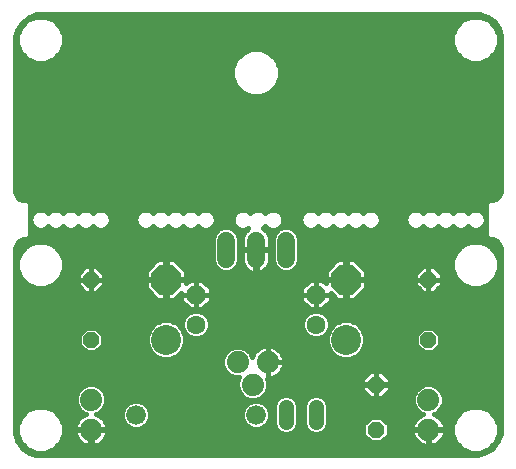
<source format=gtl>
G75*
G70*
%OFA0B0*%
%FSLAX24Y24*%
%IPPOS*%
%LPD*%
%AMOC8*
5,1,8,0,0,1.08239X$1,22.5*
%
%ADD10C,0.0600*%
%ADD11OC8,0.0520*%
%ADD12OC8,0.0630*%
%ADD13C,0.0630*%
%ADD14C,0.1000*%
%ADD15OC8,0.1000*%
%ADD16C,0.0660*%
%ADD17C,0.0515*%
%ADD18C,0.0740*%
%ADD19OC8,0.0560*%
%ADD20C,0.0160*%
D10*
X007362Y006880D02*
X007362Y007480D01*
X008362Y007480D02*
X008362Y006880D01*
X009362Y006880D02*
X009362Y007480D01*
D11*
X014112Y006180D03*
X014112Y004180D03*
X002862Y004180D03*
X002862Y006180D03*
D12*
X006362Y005680D03*
X010362Y005680D03*
D13*
X010362Y004680D03*
X006362Y004680D03*
D14*
X005362Y004180D03*
X011362Y004180D03*
D15*
X011362Y006180D03*
X005362Y006180D03*
D16*
X004362Y001680D03*
X008362Y001680D03*
D17*
X009362Y001423D02*
X009362Y001937D01*
X010362Y001937D02*
X010362Y001423D01*
D18*
X008250Y002680D03*
X007750Y003430D03*
X008750Y003430D03*
X014112Y002180D03*
X014112Y001180D03*
X002862Y001180D03*
X002862Y002180D03*
D19*
X012362Y002680D03*
X012362Y001180D03*
D20*
X000573Y000572D02*
X000415Y000790D01*
X000332Y001045D01*
X000321Y001180D01*
X000321Y007180D01*
X000328Y007250D01*
X000382Y007380D01*
X000481Y007479D01*
X000611Y007533D01*
X000681Y007540D01*
X000739Y007540D01*
X000821Y007622D01*
X000821Y008738D01*
X000739Y008820D01*
X000681Y008820D01*
X000611Y008827D01*
X000481Y008881D01*
X000382Y008980D01*
X000328Y009110D01*
X000321Y009180D01*
X000321Y013997D01*
X000325Y014001D01*
X000321Y014054D01*
X000321Y014073D01*
X000324Y014204D01*
X000396Y014485D01*
X000552Y014729D01*
X000776Y014914D01*
X001046Y015020D01*
X001188Y015040D01*
X015681Y015040D01*
X015816Y015029D01*
X016072Y014946D01*
X016289Y014788D01*
X016448Y014570D01*
X016531Y014315D01*
X016541Y014180D01*
X016541Y009180D01*
X016534Y009110D01*
X016481Y008980D01*
X016381Y008881D01*
X016251Y008827D01*
X016181Y008820D01*
X016123Y008820D01*
X016041Y008738D01*
X016041Y007622D01*
X016123Y007540D01*
X016181Y007540D01*
X016251Y007533D01*
X016381Y007479D01*
X016481Y007380D01*
X016534Y007250D01*
X016541Y007180D01*
X016541Y001187D01*
X016520Y001044D01*
X016411Y000773D01*
X016223Y000548D01*
X015976Y000393D01*
X015692Y000321D01*
X015575Y000320D01*
X015540Y000320D01*
X015487Y000324D01*
X015483Y000320D01*
X001181Y000320D01*
X001047Y000331D01*
X000791Y000414D01*
X000573Y000572D01*
X000617Y000656D02*
X000512Y000656D01*
X000529Y000744D02*
X000745Y000527D01*
X001028Y000410D01*
X001334Y000410D01*
X001617Y000527D01*
X001834Y000744D01*
X001951Y001027D01*
X001951Y001333D01*
X001834Y001616D01*
X001617Y001833D01*
X001334Y001950D01*
X001028Y001950D01*
X000745Y001833D01*
X000529Y001616D01*
X000411Y001333D01*
X000411Y001027D01*
X000529Y000744D01*
X000499Y000814D02*
X000407Y000814D01*
X000434Y000973D02*
X000356Y000973D01*
X000325Y001131D02*
X000411Y001131D01*
X000411Y001290D02*
X000321Y001290D01*
X000321Y001448D02*
X000459Y001448D01*
X000525Y001607D02*
X000321Y001607D01*
X000321Y001765D02*
X000677Y001765D01*
X000964Y001924D02*
X000321Y001924D01*
X000321Y002082D02*
X002352Y002082D01*
X002352Y002079D02*
X002430Y001891D01*
X002573Y001748D01*
X002686Y001701D01*
X002651Y001690D01*
X002574Y001650D01*
X002504Y001600D01*
X002443Y001538D01*
X002392Y001468D01*
X002353Y001391D01*
X002326Y001309D01*
X002312Y001223D01*
X002312Y001200D01*
X002842Y001200D01*
X002842Y001160D01*
X002312Y001160D01*
X002312Y001137D01*
X002326Y001051D01*
X002353Y000969D01*
X002392Y000892D01*
X002443Y000822D01*
X002504Y000760D01*
X002574Y000710D01*
X002651Y000670D01*
X002734Y000644D01*
X002819Y000630D01*
X002842Y000630D01*
X002842Y001160D01*
X002882Y001160D01*
X002882Y000630D01*
X002906Y000630D01*
X002991Y000644D01*
X003073Y000670D01*
X003151Y000710D01*
X003221Y000760D01*
X003282Y000822D01*
X003333Y000892D01*
X003372Y000969D01*
X003399Y001051D01*
X003412Y001137D01*
X003412Y001160D01*
X002882Y001160D01*
X002882Y001200D01*
X003412Y001200D01*
X003412Y001223D01*
X003399Y001309D01*
X003372Y001391D01*
X003333Y001468D01*
X003282Y001538D01*
X003221Y001600D01*
X003151Y001650D01*
X003073Y001690D01*
X003039Y001701D01*
X003151Y001748D01*
X003295Y001891D01*
X003372Y002079D01*
X003372Y002281D01*
X003295Y002469D01*
X003151Y002612D01*
X002964Y002690D01*
X002761Y002690D01*
X002573Y002612D01*
X002430Y002469D01*
X002352Y002281D01*
X002352Y002079D01*
X002352Y002241D02*
X000321Y002241D01*
X000321Y002399D02*
X002401Y002399D01*
X002519Y002558D02*
X000321Y002558D01*
X000321Y002716D02*
X007740Y002716D01*
X007740Y002781D02*
X007740Y002579D01*
X007818Y002391D01*
X007961Y002248D01*
X008149Y002170D01*
X008352Y002170D01*
X008539Y002248D01*
X008682Y002391D01*
X008760Y002579D01*
X008760Y002781D01*
X008719Y002880D01*
X008750Y002880D01*
X008750Y003430D01*
X008750Y003430D01*
X008750Y003980D01*
X008707Y003980D01*
X008621Y003966D01*
X008539Y003940D01*
X008462Y003900D01*
X008392Y003850D01*
X008331Y003788D01*
X008280Y003718D01*
X008240Y003641D01*
X008229Y003606D01*
X008182Y003719D01*
X008039Y003862D01*
X007852Y003940D01*
X007649Y003940D01*
X007461Y003862D01*
X007318Y003719D01*
X007240Y003531D01*
X007240Y003329D01*
X007318Y003141D01*
X007461Y002998D01*
X007649Y002920D01*
X007798Y002920D01*
X007740Y002781D01*
X007779Y002875D02*
X000321Y002875D01*
X000321Y003033D02*
X007426Y003033D01*
X007297Y003192D02*
X000321Y003192D01*
X000321Y003350D02*
X007240Y003350D01*
X007240Y003509D02*
X000321Y003509D01*
X000321Y003667D02*
X004970Y003667D01*
X005000Y003637D02*
X005235Y003540D01*
X005490Y003540D01*
X005725Y003637D01*
X005905Y003817D01*
X006002Y004053D01*
X006002Y004307D01*
X005905Y004543D01*
X005725Y004723D01*
X005490Y004820D01*
X005235Y004820D01*
X005000Y004723D01*
X004820Y004543D01*
X004722Y004307D01*
X004722Y004053D01*
X004820Y003817D01*
X005000Y003637D01*
X004816Y003826D02*
X003074Y003826D01*
X003028Y003780D02*
X003262Y004014D01*
X003262Y004346D01*
X003028Y004580D01*
X002697Y004580D01*
X002462Y004346D01*
X002462Y004014D01*
X002697Y003780D01*
X003028Y003780D01*
X003232Y003984D02*
X004751Y003984D01*
X004722Y004143D02*
X003262Y004143D01*
X003262Y004301D02*
X004722Y004301D01*
X004785Y004460D02*
X003149Y004460D01*
X002576Y004460D02*
X000321Y004460D01*
X000321Y004618D02*
X004895Y004618D01*
X005130Y004777D02*
X000321Y004777D01*
X000321Y004935D02*
X005975Y004935D01*
X005977Y004938D02*
X005907Y004771D01*
X005907Y004589D01*
X005977Y004422D01*
X006105Y004294D01*
X006272Y004225D01*
X006453Y004225D01*
X006620Y004294D01*
X006748Y004422D01*
X006817Y004589D01*
X006817Y004771D01*
X006748Y004938D01*
X006620Y005066D01*
X006453Y005135D01*
X006272Y005135D01*
X006105Y005066D01*
X005977Y004938D01*
X005910Y004777D02*
X005595Y004777D01*
X005829Y004618D02*
X005907Y004618D01*
X005939Y004460D02*
X005961Y004460D01*
X006002Y004301D02*
X006098Y004301D01*
X006002Y004143D02*
X010722Y004143D01*
X010722Y004053D02*
X010820Y003817D01*
X011000Y003637D01*
X011235Y003540D01*
X011490Y003540D01*
X011725Y003637D01*
X011905Y003817D01*
X012002Y004053D01*
X012002Y004307D01*
X011905Y004543D01*
X011725Y004723D01*
X011490Y004820D01*
X011235Y004820D01*
X011000Y004723D01*
X010820Y004543D01*
X010722Y004307D01*
X010722Y004053D01*
X010751Y003984D02*
X005974Y003984D01*
X005908Y003826D02*
X007424Y003826D01*
X007296Y003667D02*
X005754Y003667D01*
X006627Y004301D02*
X010098Y004301D01*
X010105Y004294D02*
X009977Y004422D01*
X009907Y004589D01*
X009907Y004771D01*
X009977Y004938D01*
X010105Y005066D01*
X010272Y005135D01*
X010453Y005135D01*
X010620Y005066D01*
X010748Y004938D01*
X010817Y004771D01*
X010817Y004589D01*
X010748Y004422D01*
X010620Y004294D01*
X010453Y004225D01*
X010272Y004225D01*
X010105Y004294D01*
X009961Y004460D02*
X006763Y004460D01*
X006817Y004618D02*
X009907Y004618D01*
X009910Y004777D02*
X006815Y004777D01*
X006749Y004935D02*
X009975Y004935D01*
X010172Y005094D02*
X006553Y005094D01*
X006567Y005185D02*
X006857Y005475D01*
X006857Y005680D01*
X006362Y005680D01*
X005867Y005680D01*
X005867Y005475D01*
X006157Y005185D01*
X006362Y005185D01*
X006362Y005680D01*
X006362Y005680D01*
X005867Y005680D01*
X005867Y005723D01*
X005644Y005500D01*
X005382Y005500D01*
X005382Y006160D01*
X005342Y006160D01*
X004682Y006160D01*
X004682Y005898D01*
X005081Y005500D01*
X005342Y005500D01*
X005342Y006160D01*
X005342Y006200D01*
X004682Y006200D01*
X004682Y006462D01*
X005081Y006860D01*
X005342Y006860D01*
X005342Y006200D01*
X005382Y006200D01*
X005382Y006860D01*
X005644Y006860D01*
X006042Y006462D01*
X006042Y006200D01*
X005382Y006200D01*
X005382Y006160D01*
X006042Y006160D01*
X006042Y006060D01*
X006157Y006175D01*
X006362Y006175D01*
X006362Y005680D01*
X006362Y005680D01*
X006362Y005680D01*
X006362Y006175D01*
X006567Y006175D01*
X006857Y005885D01*
X006857Y005680D01*
X006362Y005680D01*
X006362Y005185D01*
X006567Y005185D01*
X006634Y005252D02*
X010090Y005252D01*
X010157Y005185D02*
X009867Y005475D01*
X009867Y005680D01*
X010362Y005680D01*
X010362Y005680D01*
X009867Y005680D01*
X009867Y005885D01*
X010157Y006175D01*
X010362Y006175D01*
X010362Y005680D01*
X010362Y005680D01*
X010362Y005680D01*
X010362Y005185D01*
X010157Y005185D01*
X010362Y005185D02*
X010567Y005185D01*
X010857Y005475D01*
X010857Y005680D01*
X010362Y005680D01*
X010362Y006175D01*
X010567Y006175D01*
X010682Y006060D01*
X010682Y006160D01*
X011342Y006160D01*
X011342Y006200D01*
X010682Y006200D01*
X010682Y006462D01*
X011081Y006860D01*
X011342Y006860D01*
X011342Y006200D01*
X011382Y006200D01*
X011382Y006860D01*
X011644Y006860D01*
X012042Y006462D01*
X012042Y006200D01*
X011382Y006200D01*
X011382Y006160D01*
X011382Y005500D01*
X011644Y005500D01*
X012042Y005898D01*
X012042Y006160D01*
X011382Y006160D01*
X011342Y006160D01*
X011342Y005500D01*
X011081Y005500D01*
X010857Y005723D01*
X010857Y005680D01*
X010362Y005680D01*
X010362Y005185D01*
X010362Y005252D02*
X010362Y005252D01*
X010362Y005411D02*
X010362Y005411D01*
X010362Y005569D02*
X010362Y005569D01*
X010362Y005680D02*
X010362Y005680D01*
X010362Y005728D02*
X010362Y005728D01*
X010362Y005886D02*
X010362Y005886D01*
X010362Y006045D02*
X010362Y006045D01*
X010027Y006045D02*
X006698Y006045D01*
X006856Y005886D02*
X009868Y005886D01*
X009867Y005728D02*
X006857Y005728D01*
X006857Y005569D02*
X009867Y005569D01*
X009932Y005411D02*
X006793Y005411D01*
X006362Y005411D02*
X006362Y005411D01*
X006362Y005569D02*
X006362Y005569D01*
X006362Y005680D02*
X006362Y005680D01*
X006362Y005728D02*
X006362Y005728D01*
X006362Y005886D02*
X006362Y005886D01*
X006362Y006045D02*
X006362Y006045D01*
X006042Y006203D02*
X010682Y006203D01*
X010682Y006362D02*
X006042Y006362D01*
X005984Y006520D02*
X007100Y006520D01*
X007113Y006507D02*
X007275Y006440D01*
X007450Y006440D01*
X007612Y006507D01*
X007735Y006631D01*
X007802Y006792D01*
X007802Y007568D01*
X007735Y007729D01*
X007612Y007853D01*
X007450Y007920D01*
X007275Y007920D01*
X007113Y007853D01*
X006989Y007729D01*
X006922Y007568D01*
X006922Y006792D01*
X006989Y006631D01*
X007113Y006507D01*
X006970Y006679D02*
X005825Y006679D01*
X005667Y006837D02*
X006922Y006837D01*
X006922Y006996D02*
X001884Y006996D01*
X001834Y007116D02*
X001617Y007333D01*
X001334Y007450D01*
X001028Y007450D01*
X000745Y007333D01*
X000529Y007116D01*
X000411Y006833D01*
X000411Y006527D01*
X000529Y006244D01*
X000745Y006027D01*
X001028Y005910D01*
X001334Y005910D01*
X001617Y006027D01*
X001834Y006244D01*
X001951Y006527D01*
X001951Y006833D01*
X001834Y007116D01*
X001796Y007154D02*
X006922Y007154D01*
X006922Y007313D02*
X001638Y007313D01*
X001950Y006837D02*
X005058Y006837D01*
X004899Y006679D02*
X001951Y006679D01*
X001948Y006520D02*
X002580Y006520D01*
X002680Y006620D02*
X002422Y006362D01*
X002422Y006180D01*
X002422Y005998D01*
X002680Y005740D01*
X002862Y005740D01*
X002862Y006180D01*
X002422Y006180D01*
X002862Y006180D01*
X002862Y006180D01*
X002862Y006620D01*
X002680Y006620D01*
X002862Y006620D02*
X002862Y006180D01*
X002862Y006180D01*
X002862Y006180D01*
X002862Y005740D01*
X003045Y005740D01*
X003302Y005998D01*
X003302Y006180D01*
X003302Y006362D01*
X003045Y006620D01*
X002862Y006620D01*
X002862Y006520D02*
X002862Y006520D01*
X002862Y006362D02*
X002862Y006362D01*
X002862Y006203D02*
X002862Y006203D01*
X002862Y006180D02*
X003302Y006180D01*
X002862Y006180D01*
X002862Y006180D01*
X002862Y006045D02*
X002862Y006045D01*
X002862Y005886D02*
X002862Y005886D01*
X002534Y005886D02*
X000321Y005886D01*
X000321Y005728D02*
X004853Y005728D01*
X004695Y005886D02*
X003191Y005886D01*
X003302Y006045D02*
X004682Y006045D01*
X004682Y006203D02*
X003302Y006203D01*
X003302Y006362D02*
X004682Y006362D01*
X004741Y006520D02*
X003145Y006520D01*
X002422Y006362D02*
X001883Y006362D01*
X001793Y006203D02*
X002422Y006203D01*
X002422Y006045D02*
X001635Y006045D01*
X000728Y006045D02*
X000321Y006045D01*
X000321Y006203D02*
X000569Y006203D01*
X000480Y006362D02*
X000321Y006362D01*
X000321Y006520D02*
X000414Y006520D01*
X000411Y006679D02*
X000321Y006679D01*
X000321Y006837D02*
X000413Y006837D01*
X000479Y006996D02*
X000321Y006996D01*
X000321Y007154D02*
X000566Y007154D01*
X000725Y007313D02*
X000354Y007313D01*
X000473Y007471D02*
X006922Y007471D01*
X006948Y007630D02*
X000821Y007630D01*
X000821Y007788D02*
X007048Y007788D01*
X006924Y007947D02*
X007688Y007947D01*
X007646Y007989D02*
X007740Y007894D01*
X007864Y007843D01*
X007998Y007843D01*
X008108Y007889D01*
X008050Y007846D01*
X007996Y007793D01*
X007952Y007732D01*
X007918Y007664D01*
X007894Y007592D01*
X007882Y007518D01*
X007882Y007200D01*
X008342Y007200D01*
X008342Y007160D01*
X007882Y007160D01*
X007882Y006842D01*
X007894Y006768D01*
X007918Y006696D01*
X007952Y006628D01*
X007996Y006567D01*
X008050Y006514D01*
X008111Y006469D01*
X008178Y006435D01*
X008250Y006412D01*
X008325Y006400D01*
X008342Y006400D01*
X008342Y007160D01*
X008382Y007160D01*
X008382Y006400D01*
X008400Y006400D01*
X008475Y006412D01*
X008547Y006435D01*
X008614Y006469D01*
X008675Y006514D01*
X008728Y006567D01*
X008773Y006628D01*
X008807Y006696D01*
X008831Y006768D01*
X008842Y006842D01*
X008842Y007160D01*
X008382Y007160D01*
X008382Y007200D01*
X008842Y007200D01*
X008842Y007518D01*
X008831Y007592D01*
X008807Y007664D01*
X008773Y007732D01*
X008728Y007793D01*
X008675Y007846D01*
X008614Y007891D01*
X008613Y007891D01*
X008622Y007894D01*
X008681Y007954D01*
X008740Y007894D01*
X008864Y007843D01*
X008998Y007843D01*
X009122Y007894D01*
X009217Y007989D01*
X009268Y008113D01*
X009268Y008247D01*
X009217Y008371D01*
X009122Y008466D01*
X008998Y008517D01*
X008864Y008517D01*
X008740Y008466D01*
X008681Y008406D01*
X008622Y008466D01*
X008498Y008517D01*
X008364Y008517D01*
X008240Y008466D01*
X008181Y008406D01*
X008122Y008466D01*
X007998Y008517D01*
X007864Y008517D01*
X007740Y008466D01*
X007646Y008371D01*
X007594Y008247D01*
X007594Y008113D01*
X007646Y007989D01*
X007598Y008105D02*
X007015Y008105D01*
X007018Y008113D02*
X007018Y008247D01*
X006967Y008371D01*
X006872Y008466D01*
X006748Y008517D01*
X006614Y008517D01*
X006490Y008466D01*
X006431Y008406D01*
X006372Y008466D01*
X006248Y008517D01*
X006114Y008517D01*
X005990Y008466D01*
X005931Y008406D01*
X005872Y008466D01*
X005748Y008517D01*
X005614Y008517D01*
X005490Y008466D01*
X005431Y008406D01*
X005372Y008466D01*
X005248Y008517D01*
X005114Y008517D01*
X004990Y008466D01*
X004931Y008406D01*
X004872Y008466D01*
X004748Y008517D01*
X004614Y008517D01*
X004490Y008466D01*
X004396Y008371D01*
X004344Y008247D01*
X004344Y008113D01*
X004396Y007989D01*
X004490Y007894D01*
X004614Y007843D01*
X004748Y007843D01*
X004872Y007894D01*
X004931Y007954D01*
X004990Y007894D01*
X005114Y007843D01*
X005248Y007843D01*
X005372Y007894D01*
X005431Y007954D01*
X005490Y007894D01*
X005614Y007843D01*
X005748Y007843D01*
X005872Y007894D01*
X005931Y007954D01*
X005990Y007894D01*
X006114Y007843D01*
X006248Y007843D01*
X006372Y007894D01*
X006431Y007954D01*
X006490Y007894D01*
X006614Y007843D01*
X006748Y007843D01*
X006872Y007894D01*
X006967Y007989D01*
X007018Y008113D01*
X007011Y008264D02*
X007601Y008264D01*
X007697Y008422D02*
X006916Y008422D01*
X006447Y008422D02*
X006416Y008422D01*
X005947Y008422D02*
X005916Y008422D01*
X005447Y008422D02*
X005416Y008422D01*
X004947Y008422D02*
X004916Y008422D01*
X004447Y008422D02*
X003416Y008422D01*
X003372Y008466D02*
X003467Y008371D01*
X003518Y008247D01*
X003518Y008113D01*
X003467Y007989D01*
X003372Y007894D01*
X003248Y007843D01*
X003114Y007843D01*
X002990Y007894D01*
X002931Y007954D01*
X002872Y007894D01*
X002748Y007843D01*
X002614Y007843D01*
X002490Y007894D01*
X002431Y007954D01*
X002372Y007894D01*
X002248Y007843D01*
X002114Y007843D01*
X001990Y007894D01*
X001931Y007954D01*
X001872Y007894D01*
X001748Y007843D01*
X001614Y007843D01*
X001490Y007894D01*
X001431Y007954D01*
X001372Y007894D01*
X001248Y007843D01*
X001114Y007843D01*
X000990Y007894D01*
X000896Y007989D01*
X000844Y008113D01*
X000844Y008247D01*
X000896Y008371D01*
X000990Y008466D01*
X001114Y008517D01*
X001248Y008517D01*
X001372Y008466D01*
X001431Y008406D01*
X001490Y008466D01*
X001614Y008517D01*
X001748Y008517D01*
X001872Y008466D01*
X001931Y008406D01*
X001990Y008466D01*
X002114Y008517D01*
X002248Y008517D01*
X002372Y008466D01*
X002431Y008406D01*
X002490Y008466D01*
X002614Y008517D01*
X002748Y008517D01*
X002872Y008466D01*
X002931Y008406D01*
X002990Y008466D01*
X003114Y008517D01*
X003248Y008517D01*
X003372Y008466D01*
X003511Y008264D02*
X004351Y008264D01*
X004348Y008105D02*
X003515Y008105D01*
X003424Y007947D02*
X004438Y007947D01*
X004924Y007947D02*
X004938Y007947D01*
X005424Y007947D02*
X005438Y007947D01*
X005924Y007947D02*
X005938Y007947D01*
X006424Y007947D02*
X006438Y007947D01*
X007677Y007788D02*
X007993Y007788D01*
X007906Y007630D02*
X007777Y007630D01*
X007802Y007471D02*
X007882Y007471D01*
X007882Y007313D02*
X007802Y007313D01*
X007802Y007154D02*
X007882Y007154D01*
X007882Y006996D02*
X007802Y006996D01*
X007802Y006837D02*
X007883Y006837D01*
X007926Y006679D02*
X007755Y006679D01*
X007625Y006520D02*
X008044Y006520D01*
X008342Y006520D02*
X008382Y006520D01*
X008382Y006679D02*
X008342Y006679D01*
X008342Y006837D02*
X008382Y006837D01*
X008382Y006996D02*
X008342Y006996D01*
X008342Y007154D02*
X008382Y007154D01*
X008842Y007154D02*
X008922Y007154D01*
X008922Y006996D02*
X008842Y006996D01*
X008842Y006837D02*
X008922Y006837D01*
X008922Y006792D02*
X008989Y006631D01*
X009113Y006507D01*
X009275Y006440D01*
X009450Y006440D01*
X009612Y006507D01*
X009735Y006631D01*
X009802Y006792D01*
X009802Y007568D01*
X009735Y007729D01*
X009612Y007853D01*
X009450Y007920D01*
X009275Y007920D01*
X009113Y007853D01*
X008989Y007729D01*
X008922Y007568D01*
X008922Y006792D01*
X008970Y006679D02*
X008798Y006679D01*
X008681Y006520D02*
X009100Y006520D01*
X009625Y006520D02*
X010741Y006520D01*
X010899Y006679D02*
X009755Y006679D01*
X009802Y006837D02*
X011058Y006837D01*
X011342Y006837D02*
X011382Y006837D01*
X011382Y006679D02*
X011342Y006679D01*
X011342Y006520D02*
X011382Y006520D01*
X011382Y006362D02*
X011342Y006362D01*
X011342Y006203D02*
X011382Y006203D01*
X011382Y006045D02*
X011342Y006045D01*
X011342Y005886D02*
X011382Y005886D01*
X011382Y005728D02*
X011342Y005728D01*
X011342Y005569D02*
X011382Y005569D01*
X011713Y005569D02*
X016541Y005569D01*
X016541Y005411D02*
X010793Y005411D01*
X010857Y005569D02*
X011012Y005569D01*
X010634Y005252D02*
X016541Y005252D01*
X016541Y005094D02*
X010553Y005094D01*
X010749Y004935D02*
X016541Y004935D01*
X016541Y004777D02*
X011595Y004777D01*
X011829Y004618D02*
X016541Y004618D01*
X016541Y004460D02*
X014399Y004460D01*
X014512Y004346D02*
X014278Y004580D01*
X013947Y004580D01*
X013712Y004346D01*
X013712Y004014D01*
X013947Y003780D01*
X014278Y003780D01*
X014512Y004014D01*
X014512Y004346D01*
X014512Y004301D02*
X016541Y004301D01*
X016541Y004143D02*
X014512Y004143D01*
X014482Y003984D02*
X016541Y003984D01*
X016541Y003826D02*
X014324Y003826D01*
X013901Y003826D02*
X011908Y003826D01*
X011974Y003984D02*
X013743Y003984D01*
X013712Y004143D02*
X012002Y004143D01*
X012002Y004301D02*
X013712Y004301D01*
X013826Y004460D02*
X011939Y004460D01*
X011130Y004777D02*
X010815Y004777D01*
X010817Y004618D02*
X010895Y004618D01*
X010785Y004460D02*
X010763Y004460D01*
X010722Y004301D02*
X010627Y004301D01*
X010816Y003826D02*
X009132Y003826D01*
X009108Y003850D02*
X009170Y003788D01*
X009221Y003718D01*
X009260Y003641D01*
X009287Y003559D01*
X009300Y003473D01*
X009300Y003430D01*
X008750Y003430D01*
X008750Y003430D01*
X008750Y002880D01*
X008793Y002880D01*
X008879Y002894D01*
X008961Y002920D01*
X009038Y002960D01*
X009108Y003010D01*
X009170Y003072D01*
X009221Y003142D01*
X009260Y003219D01*
X009287Y003301D01*
X009300Y003387D01*
X009300Y003430D01*
X008750Y003430D01*
X008750Y003980D01*
X008793Y003980D01*
X008879Y003966D01*
X008961Y003940D01*
X009038Y003900D01*
X009108Y003850D01*
X009247Y003667D02*
X010970Y003667D01*
X011754Y003667D02*
X016541Y003667D01*
X016541Y003509D02*
X009295Y003509D01*
X009294Y003350D02*
X016541Y003350D01*
X016541Y003192D02*
X009246Y003192D01*
X009131Y003033D02*
X012065Y003033D01*
X012172Y003140D02*
X011902Y002871D01*
X011902Y002690D01*
X012352Y002690D01*
X012352Y002670D01*
X011902Y002670D01*
X011902Y002489D01*
X012172Y002220D01*
X012352Y002220D01*
X012352Y002670D01*
X012372Y002670D01*
X012372Y002220D01*
X012553Y002220D01*
X012822Y002489D01*
X012822Y002670D01*
X012372Y002670D01*
X012372Y002690D01*
X012352Y002690D01*
X012352Y003140D01*
X012172Y003140D01*
X012372Y003140D02*
X012372Y002690D01*
X012822Y002690D01*
X012822Y002871D01*
X012553Y003140D01*
X012372Y003140D01*
X012372Y003033D02*
X012352Y003033D01*
X012352Y002875D02*
X012372Y002875D01*
X012372Y002716D02*
X012352Y002716D01*
X012352Y002558D02*
X012372Y002558D01*
X012372Y002399D02*
X012352Y002399D01*
X012352Y002241D02*
X012372Y002241D01*
X012573Y002241D02*
X013602Y002241D01*
X013602Y002281D02*
X013602Y002079D01*
X013680Y001891D01*
X013823Y001748D01*
X013936Y001701D01*
X013901Y001690D01*
X013824Y001650D01*
X013754Y001600D01*
X013693Y001538D01*
X013642Y001468D01*
X013603Y001391D01*
X013576Y001309D01*
X013562Y001223D01*
X013562Y001200D01*
X014092Y001200D01*
X014092Y001160D01*
X013562Y001160D01*
X013562Y001137D01*
X013576Y001051D01*
X013603Y000969D01*
X013642Y000892D01*
X013693Y000822D01*
X013754Y000760D01*
X013824Y000710D01*
X013901Y000670D01*
X013984Y000644D01*
X014069Y000630D01*
X014092Y000630D01*
X014092Y001160D01*
X014132Y001160D01*
X014132Y000630D01*
X014156Y000630D01*
X014241Y000644D01*
X014323Y000670D01*
X014401Y000710D01*
X014471Y000760D01*
X014532Y000822D01*
X014583Y000892D01*
X014622Y000969D01*
X014649Y001051D01*
X014662Y001137D01*
X014662Y001160D01*
X014132Y001160D01*
X014132Y001200D01*
X014662Y001200D01*
X014662Y001223D01*
X014649Y001309D01*
X014622Y001391D01*
X014583Y001468D01*
X014532Y001538D01*
X014471Y001600D01*
X014401Y001650D01*
X014323Y001690D01*
X014289Y001701D01*
X014401Y001748D01*
X014545Y001891D01*
X014622Y002079D01*
X014622Y002281D01*
X014545Y002469D01*
X014401Y002612D01*
X014214Y002690D01*
X014011Y002690D01*
X013823Y002612D01*
X013680Y002469D01*
X013602Y002281D01*
X013651Y002399D02*
X012732Y002399D01*
X012822Y002558D02*
X013769Y002558D01*
X013602Y002082D02*
X010733Y002082D01*
X010760Y002017D02*
X010699Y002163D01*
X010587Y002274D01*
X010441Y002335D01*
X010283Y002335D01*
X010137Y002274D01*
X010025Y002163D01*
X009965Y002017D01*
X009965Y001343D01*
X010025Y001197D01*
X010137Y001086D01*
X010283Y001025D01*
X010441Y001025D01*
X010587Y001086D01*
X010699Y001197D01*
X010760Y001343D01*
X010760Y002017D01*
X010760Y001924D02*
X013667Y001924D01*
X013806Y001765D02*
X010760Y001765D01*
X010760Y001607D02*
X013764Y001607D01*
X013632Y001448D02*
X012688Y001448D01*
X012782Y001354D02*
X012536Y001600D01*
X012188Y001600D01*
X011942Y001354D01*
X011942Y001006D01*
X012188Y000760D01*
X012536Y000760D01*
X012782Y001006D01*
X012782Y001354D01*
X012782Y001290D02*
X013573Y001290D01*
X013563Y001131D02*
X012782Y001131D01*
X012749Y000973D02*
X013601Y000973D01*
X013701Y000814D02*
X012590Y000814D01*
X012134Y000814D02*
X003274Y000814D01*
X003373Y000973D02*
X011976Y000973D01*
X011942Y001131D02*
X010633Y001131D01*
X010737Y001290D02*
X011942Y001290D01*
X012036Y001448D02*
X010760Y001448D01*
X010092Y001131D02*
X009633Y001131D01*
X009587Y001086D02*
X009699Y001197D01*
X009760Y001343D01*
X009760Y002017D01*
X009699Y002163D01*
X009587Y002274D01*
X009441Y002335D01*
X009283Y002335D01*
X009137Y002274D01*
X009025Y002163D01*
X008965Y002017D01*
X008965Y001343D01*
X009025Y001197D01*
X009137Y001086D01*
X009283Y001025D01*
X009441Y001025D01*
X009587Y001086D01*
X009737Y001290D02*
X009987Y001290D01*
X009965Y001448D02*
X009760Y001448D01*
X009760Y001607D02*
X009965Y001607D01*
X009965Y001765D02*
X009760Y001765D01*
X009760Y001924D02*
X009965Y001924D01*
X009992Y002082D02*
X009733Y002082D01*
X009621Y002241D02*
X010103Y002241D01*
X010621Y002241D02*
X012151Y002241D01*
X011993Y002399D02*
X008686Y002399D01*
X008751Y002558D02*
X011902Y002558D01*
X011902Y002716D02*
X008760Y002716D01*
X008722Y002875D02*
X011906Y002875D01*
X012660Y003033D02*
X016541Y003033D01*
X016541Y002875D02*
X012818Y002875D01*
X012822Y002716D02*
X016541Y002716D01*
X016541Y002558D02*
X014456Y002558D01*
X014574Y002399D02*
X016541Y002399D01*
X016541Y002241D02*
X014622Y002241D01*
X014622Y002082D02*
X016541Y002082D01*
X016541Y001924D02*
X015898Y001924D01*
X015834Y001950D02*
X016117Y001833D01*
X016334Y001616D01*
X016451Y001333D01*
X016451Y001027D01*
X016334Y000744D01*
X016117Y000527D01*
X015834Y000410D01*
X015528Y000410D01*
X015245Y000527D01*
X015029Y000744D01*
X014911Y001027D01*
X014911Y001333D01*
X015029Y001616D01*
X015245Y001833D01*
X015528Y001950D01*
X015834Y001950D01*
X015464Y001924D02*
X014558Y001924D01*
X014419Y001765D02*
X015177Y001765D01*
X015025Y001607D02*
X014461Y001607D01*
X014593Y001448D02*
X014959Y001448D01*
X014911Y001290D02*
X014652Y001290D01*
X014661Y001131D02*
X014911Y001131D01*
X014934Y000973D02*
X014623Y000973D01*
X014524Y000814D02*
X014999Y000814D01*
X015117Y000656D02*
X014278Y000656D01*
X014132Y000656D02*
X014092Y000656D01*
X013947Y000656D02*
X003028Y000656D01*
X002882Y000656D02*
X002842Y000656D01*
X002697Y000656D02*
X001746Y000656D01*
X001863Y000814D02*
X002451Y000814D01*
X002351Y000973D02*
X001929Y000973D01*
X001951Y001131D02*
X002313Y001131D01*
X002323Y001290D02*
X001951Y001290D01*
X001904Y001448D02*
X002382Y001448D01*
X002514Y001607D02*
X001838Y001607D01*
X001685Y001765D02*
X002556Y001765D01*
X002417Y001924D02*
X001398Y001924D01*
X002842Y001131D02*
X002882Y001131D01*
X002882Y000973D02*
X002842Y000973D01*
X002842Y000814D02*
X002882Y000814D01*
X003411Y001131D02*
X009092Y001131D01*
X008987Y001290D02*
X008637Y001290D01*
X008629Y001282D02*
X008761Y001414D01*
X008832Y001587D01*
X008832Y001773D01*
X008761Y001946D01*
X008629Y002078D01*
X008456Y002150D01*
X008269Y002150D01*
X008096Y002078D01*
X007964Y001946D01*
X007892Y001773D01*
X007892Y001587D01*
X007964Y001414D01*
X008096Y001282D01*
X008269Y001210D01*
X008456Y001210D01*
X008629Y001282D01*
X008775Y001448D02*
X008965Y001448D01*
X008965Y001607D02*
X008832Y001607D01*
X008832Y001765D02*
X008965Y001765D01*
X008965Y001924D02*
X008770Y001924D01*
X008620Y002082D02*
X008992Y002082D01*
X009103Y002241D02*
X008522Y002241D01*
X008105Y002082D02*
X004620Y002082D01*
X004629Y002078D02*
X004456Y002150D01*
X004269Y002150D01*
X004096Y002078D01*
X003964Y001946D01*
X003892Y001773D01*
X003892Y001587D01*
X003964Y001414D01*
X004096Y001282D01*
X004269Y001210D01*
X004456Y001210D01*
X004629Y001282D01*
X004761Y001414D01*
X004832Y001587D01*
X004832Y001773D01*
X004761Y001946D01*
X004629Y002078D01*
X004770Y001924D02*
X007954Y001924D01*
X007892Y001765D02*
X004832Y001765D01*
X004832Y001607D02*
X007892Y001607D01*
X007950Y001448D02*
X004775Y001448D01*
X004637Y001290D02*
X008088Y001290D01*
X007978Y002241D02*
X003372Y002241D01*
X003372Y002082D02*
X004105Y002082D01*
X003954Y001924D02*
X003308Y001924D01*
X003169Y001765D02*
X003892Y001765D01*
X003892Y001607D02*
X003211Y001607D01*
X003343Y001448D02*
X003950Y001448D01*
X004088Y001290D02*
X003402Y001290D01*
X003324Y002399D02*
X007815Y002399D01*
X007749Y002558D02*
X003206Y002558D01*
X002651Y003826D02*
X000321Y003826D01*
X000321Y003984D02*
X002493Y003984D01*
X002462Y004143D02*
X000321Y004143D01*
X000321Y004301D02*
X002462Y004301D01*
X000321Y005094D02*
X006172Y005094D01*
X006090Y005252D02*
X000321Y005252D01*
X000321Y005411D02*
X005932Y005411D01*
X005867Y005569D02*
X005713Y005569D01*
X005382Y005569D02*
X005342Y005569D01*
X005342Y005728D02*
X005382Y005728D01*
X005382Y005886D02*
X005342Y005886D01*
X005342Y006045D02*
X005382Y006045D01*
X005382Y006203D02*
X005342Y006203D01*
X005342Y006362D02*
X005382Y006362D01*
X005382Y006520D02*
X005342Y006520D01*
X005342Y006679D02*
X005382Y006679D01*
X005382Y006837D02*
X005342Y006837D01*
X005012Y005569D02*
X000321Y005569D01*
X000821Y007947D02*
X000938Y007947D01*
X000848Y008105D02*
X000821Y008105D01*
X000821Y008264D02*
X000851Y008264D01*
X000821Y008422D02*
X000947Y008422D01*
X000821Y008581D02*
X016041Y008581D01*
X016042Y008739D02*
X000820Y008739D01*
X000464Y008898D02*
X016398Y008898D01*
X016512Y009056D02*
X000350Y009056D01*
X000321Y009215D02*
X016541Y009215D01*
X016541Y009373D02*
X000321Y009373D01*
X000321Y009532D02*
X016541Y009532D01*
X016541Y009690D02*
X000321Y009690D01*
X000321Y009849D02*
X016541Y009849D01*
X016541Y010007D02*
X000321Y010007D01*
X000321Y010166D02*
X016541Y010166D01*
X016541Y010324D02*
X000321Y010324D01*
X000321Y010483D02*
X016541Y010483D01*
X016541Y010641D02*
X000321Y010641D01*
X000321Y010800D02*
X016541Y010800D01*
X016541Y010958D02*
X000321Y010958D01*
X000321Y011117D02*
X016541Y011117D01*
X016541Y011275D02*
X000321Y011275D01*
X000321Y011434D02*
X016541Y011434D01*
X016541Y011592D02*
X000321Y011592D01*
X000321Y011751D02*
X016541Y011751D01*
X016541Y011909D02*
X000321Y011909D01*
X000321Y012068D02*
X016541Y012068D01*
X016541Y012226D02*
X000321Y012226D01*
X000321Y012385D02*
X007977Y012385D01*
X007915Y012410D02*
X008205Y012290D01*
X008519Y012290D01*
X008810Y012410D01*
X009032Y012633D01*
X009152Y012923D01*
X009152Y013237D01*
X009032Y013527D01*
X008810Y013750D01*
X008519Y013870D01*
X008205Y013870D01*
X007915Y013750D01*
X007693Y013527D01*
X007572Y013237D01*
X007572Y012923D01*
X007693Y012633D01*
X007915Y012410D01*
X007782Y012543D02*
X000321Y012543D01*
X000321Y012702D02*
X007664Y012702D01*
X007598Y012860D02*
X000321Y012860D01*
X000321Y013019D02*
X007572Y013019D01*
X007572Y013177D02*
X000321Y013177D01*
X000321Y013336D02*
X007613Y013336D01*
X007679Y013494D02*
X001537Y013494D01*
X001617Y013527D02*
X001834Y013744D01*
X001951Y014027D01*
X001951Y014333D01*
X001834Y014616D01*
X001617Y014833D01*
X001334Y014950D01*
X001028Y014950D01*
X000745Y014833D01*
X000529Y014616D01*
X000411Y014333D01*
X000411Y014027D01*
X000529Y013744D01*
X000745Y013527D01*
X001028Y013410D01*
X001334Y013410D01*
X001617Y013527D01*
X001743Y013653D02*
X007818Y013653D01*
X008063Y013811D02*
X001862Y013811D01*
X001927Y013970D02*
X014935Y013970D01*
X014911Y014027D02*
X015029Y013744D01*
X015245Y013527D01*
X015528Y013410D01*
X015834Y013410D01*
X016117Y013527D01*
X016334Y013744D01*
X016451Y014027D01*
X016451Y014333D01*
X016334Y014616D01*
X016117Y014833D01*
X015834Y014950D01*
X015528Y014950D01*
X015245Y014833D01*
X015029Y014616D01*
X014911Y014333D01*
X014911Y014027D01*
X014911Y014128D02*
X001951Y014128D01*
X001951Y014287D02*
X014911Y014287D01*
X014958Y014445D02*
X001905Y014445D01*
X001839Y014604D02*
X015023Y014604D01*
X015174Y014762D02*
X001688Y014762D01*
X001405Y014921D02*
X015457Y014921D01*
X015905Y014921D02*
X016107Y014921D01*
X016188Y014762D02*
X016308Y014762D01*
X016339Y014604D02*
X016423Y014604D01*
X016405Y014445D02*
X016488Y014445D01*
X016451Y014287D02*
X016533Y014287D01*
X016541Y014128D02*
X016451Y014128D01*
X016427Y013970D02*
X016541Y013970D01*
X016541Y013811D02*
X016362Y013811D01*
X016243Y013653D02*
X016541Y013653D01*
X016541Y013494D02*
X016037Y013494D01*
X016541Y013336D02*
X009112Y013336D01*
X009152Y013177D02*
X016541Y013177D01*
X016541Y013019D02*
X009152Y013019D01*
X009126Y012860D02*
X016541Y012860D01*
X016541Y012702D02*
X009061Y012702D01*
X008943Y012543D02*
X016541Y012543D01*
X016541Y012385D02*
X008748Y012385D01*
X009046Y013494D02*
X015325Y013494D01*
X015120Y013653D02*
X008907Y013653D01*
X008662Y013811D02*
X015001Y013811D01*
X015114Y008517D02*
X014990Y008466D01*
X014931Y008406D01*
X014872Y008466D01*
X014748Y008517D01*
X014614Y008517D01*
X014490Y008466D01*
X014431Y008406D01*
X014372Y008466D01*
X014248Y008517D01*
X014114Y008517D01*
X013990Y008466D01*
X013931Y008406D01*
X013872Y008466D01*
X013748Y008517D01*
X013614Y008517D01*
X013490Y008466D01*
X013396Y008371D01*
X013344Y008247D01*
X013344Y008113D01*
X013396Y007989D01*
X013490Y007894D01*
X013614Y007843D01*
X013748Y007843D01*
X013872Y007894D01*
X013931Y007954D01*
X013990Y007894D01*
X014114Y007843D01*
X014248Y007843D01*
X014372Y007894D01*
X014431Y007954D01*
X014490Y007894D01*
X014614Y007843D01*
X014748Y007843D01*
X014872Y007894D01*
X014931Y007954D01*
X014990Y007894D01*
X015114Y007843D01*
X015248Y007843D01*
X015372Y007894D01*
X015431Y007954D01*
X015490Y007894D01*
X015614Y007843D01*
X015748Y007843D01*
X015872Y007894D01*
X015967Y007989D01*
X016018Y008113D01*
X016018Y008247D01*
X015967Y008371D01*
X015872Y008466D01*
X015748Y008517D01*
X015614Y008517D01*
X015490Y008466D01*
X015431Y008406D01*
X015372Y008466D01*
X015248Y008517D01*
X015114Y008517D01*
X014947Y008422D02*
X014916Y008422D01*
X014447Y008422D02*
X014416Y008422D01*
X013947Y008422D02*
X013916Y008422D01*
X013447Y008422D02*
X012416Y008422D01*
X012372Y008466D02*
X012467Y008371D01*
X012518Y008247D01*
X012518Y008113D01*
X012467Y007989D01*
X012372Y007894D01*
X012248Y007843D01*
X012114Y007843D01*
X011990Y007894D01*
X011931Y007954D01*
X011872Y007894D01*
X011748Y007843D01*
X011614Y007843D01*
X011490Y007894D01*
X011431Y007954D01*
X011372Y007894D01*
X011248Y007843D01*
X011114Y007843D01*
X010990Y007894D01*
X010931Y007954D01*
X010872Y007894D01*
X010748Y007843D01*
X010614Y007843D01*
X010490Y007894D01*
X010431Y007954D01*
X010372Y007894D01*
X010248Y007843D01*
X010114Y007843D01*
X009990Y007894D01*
X009896Y007989D01*
X009844Y008113D01*
X009844Y008247D01*
X009896Y008371D01*
X009990Y008466D01*
X010114Y008517D01*
X010248Y008517D01*
X010372Y008466D01*
X010431Y008406D01*
X010490Y008466D01*
X010614Y008517D01*
X010748Y008517D01*
X010872Y008466D01*
X010931Y008406D01*
X010990Y008466D01*
X011114Y008517D01*
X011248Y008517D01*
X011372Y008466D01*
X011431Y008406D01*
X011490Y008466D01*
X011614Y008517D01*
X011748Y008517D01*
X011872Y008466D01*
X011931Y008406D01*
X011990Y008466D01*
X012114Y008517D01*
X012248Y008517D01*
X012372Y008466D01*
X012511Y008264D02*
X013351Y008264D01*
X013348Y008105D02*
X012515Y008105D01*
X012424Y007947D02*
X013438Y007947D01*
X013924Y007947D02*
X013938Y007947D01*
X014424Y007947D02*
X014438Y007947D01*
X014924Y007947D02*
X014938Y007947D01*
X015424Y007947D02*
X015438Y007947D01*
X015416Y008422D02*
X015447Y008422D01*
X015916Y008422D02*
X016041Y008422D01*
X016041Y008264D02*
X016011Y008264D01*
X016015Y008105D02*
X016041Y008105D01*
X016041Y007947D02*
X015924Y007947D01*
X016041Y007788D02*
X009677Y007788D01*
X009777Y007630D02*
X016041Y007630D01*
X015834Y007450D02*
X016117Y007333D01*
X016334Y007116D01*
X016451Y006833D01*
X016451Y006527D01*
X016334Y006244D01*
X016117Y006027D01*
X015834Y005910D01*
X015528Y005910D01*
X015245Y006027D01*
X015029Y006244D01*
X014911Y006527D01*
X014911Y006833D01*
X015029Y007116D01*
X015245Y007333D01*
X015528Y007450D01*
X015834Y007450D01*
X016138Y007313D02*
X016509Y007313D01*
X016541Y007154D02*
X016296Y007154D01*
X016384Y006996D02*
X016541Y006996D01*
X016541Y006837D02*
X016450Y006837D01*
X016451Y006679D02*
X016541Y006679D01*
X016541Y006520D02*
X016448Y006520D01*
X016383Y006362D02*
X016541Y006362D01*
X016541Y006203D02*
X016293Y006203D01*
X016135Y006045D02*
X016541Y006045D01*
X016541Y005886D02*
X014441Y005886D01*
X014552Y005998D02*
X014295Y005740D01*
X014112Y005740D01*
X014112Y006180D01*
X013672Y006180D01*
X013672Y005998D01*
X013930Y005740D01*
X014112Y005740D01*
X014112Y006180D01*
X014112Y006180D01*
X013672Y006180D01*
X013672Y006362D01*
X013930Y006620D01*
X014112Y006620D01*
X014112Y006180D01*
X014112Y006180D01*
X014112Y006180D01*
X014112Y006620D01*
X014295Y006620D01*
X014552Y006362D01*
X014552Y006180D01*
X014112Y006180D01*
X014112Y006180D01*
X014552Y006180D01*
X014552Y005998D01*
X014552Y006045D02*
X015228Y006045D01*
X015069Y006203D02*
X014552Y006203D01*
X014552Y006362D02*
X014980Y006362D01*
X014914Y006520D02*
X014395Y006520D01*
X014112Y006520D02*
X014112Y006520D01*
X014112Y006362D02*
X014112Y006362D01*
X014112Y006203D02*
X014112Y006203D01*
X014112Y006045D02*
X014112Y006045D01*
X014112Y005886D02*
X014112Y005886D01*
X013784Y005886D02*
X012030Y005886D01*
X012042Y006045D02*
X013672Y006045D01*
X013672Y006203D02*
X012042Y006203D01*
X012042Y006362D02*
X013672Y006362D01*
X013830Y006520D02*
X011984Y006520D01*
X011825Y006679D02*
X014911Y006679D01*
X014913Y006837D02*
X011667Y006837D01*
X011872Y005728D02*
X016541Y005728D01*
X015066Y007154D02*
X009802Y007154D01*
X009802Y006996D02*
X014979Y006996D01*
X015225Y007313D02*
X009802Y007313D01*
X009802Y007471D02*
X016390Y007471D01*
X011938Y007947D02*
X011924Y007947D01*
X011916Y008422D02*
X011947Y008422D01*
X011447Y008422D02*
X011416Y008422D01*
X010947Y008422D02*
X010916Y008422D01*
X010447Y008422D02*
X010416Y008422D01*
X009947Y008422D02*
X009166Y008422D01*
X009261Y008264D02*
X009851Y008264D01*
X009848Y008105D02*
X009265Y008105D01*
X009174Y007947D02*
X009938Y007947D01*
X010424Y007947D02*
X010438Y007947D01*
X010924Y007947D02*
X010938Y007947D01*
X011424Y007947D02*
X011438Y007947D01*
X009048Y007788D02*
X008732Y007788D01*
X008688Y007947D02*
X008674Y007947D01*
X008818Y007630D02*
X008948Y007630D01*
X008922Y007471D02*
X008842Y007471D01*
X008842Y007313D02*
X008922Y007313D01*
X008697Y008422D02*
X008666Y008422D01*
X008197Y008422D02*
X008166Y008422D01*
X006362Y005252D02*
X006362Y005252D01*
X008076Y003826D02*
X008368Y003826D01*
X008254Y003667D02*
X008204Y003667D01*
X008750Y003667D02*
X008750Y003667D01*
X008750Y003509D02*
X008750Y003509D01*
X008750Y003430D02*
X008750Y003430D01*
X008750Y003350D02*
X008750Y003350D01*
X008750Y003192D02*
X008750Y003192D01*
X008750Y003033D02*
X008750Y003033D01*
X008750Y003826D02*
X008750Y003826D01*
X014092Y001131D02*
X014132Y001131D01*
X014132Y000973D02*
X014092Y000973D01*
X014092Y000814D02*
X014132Y000814D01*
X015318Y000497D02*
X001544Y000497D01*
X001022Y000339D02*
X015760Y000339D01*
X016044Y000497D02*
X016142Y000497D01*
X016246Y000656D02*
X016313Y000656D01*
X016363Y000814D02*
X016428Y000814D01*
X016429Y000973D02*
X016491Y000973D01*
X016451Y001131D02*
X016533Y001131D01*
X016541Y001290D02*
X016451Y001290D01*
X016404Y001448D02*
X016541Y001448D01*
X016541Y001607D02*
X016338Y001607D01*
X016185Y001765D02*
X016541Y001765D01*
X002938Y007947D02*
X002924Y007947D01*
X002916Y008422D02*
X002947Y008422D01*
X002447Y008422D02*
X002416Y008422D01*
X001947Y008422D02*
X001916Y008422D01*
X001447Y008422D02*
X001416Y008422D01*
X001424Y007947D02*
X001438Y007947D01*
X001924Y007947D02*
X001938Y007947D01*
X002424Y007947D02*
X002438Y007947D01*
X000825Y013494D02*
X000321Y013494D01*
X000321Y013653D02*
X000620Y013653D01*
X000501Y013811D02*
X000321Y013811D01*
X000321Y013970D02*
X000435Y013970D01*
X000411Y014128D02*
X000322Y014128D01*
X000345Y014287D02*
X000411Y014287D01*
X000386Y014445D02*
X000458Y014445D01*
X000472Y014604D02*
X000523Y014604D01*
X000592Y014762D02*
X000674Y014762D01*
X000793Y014921D02*
X000957Y014921D01*
X000818Y000497D02*
X000676Y000497D01*
M02*

</source>
